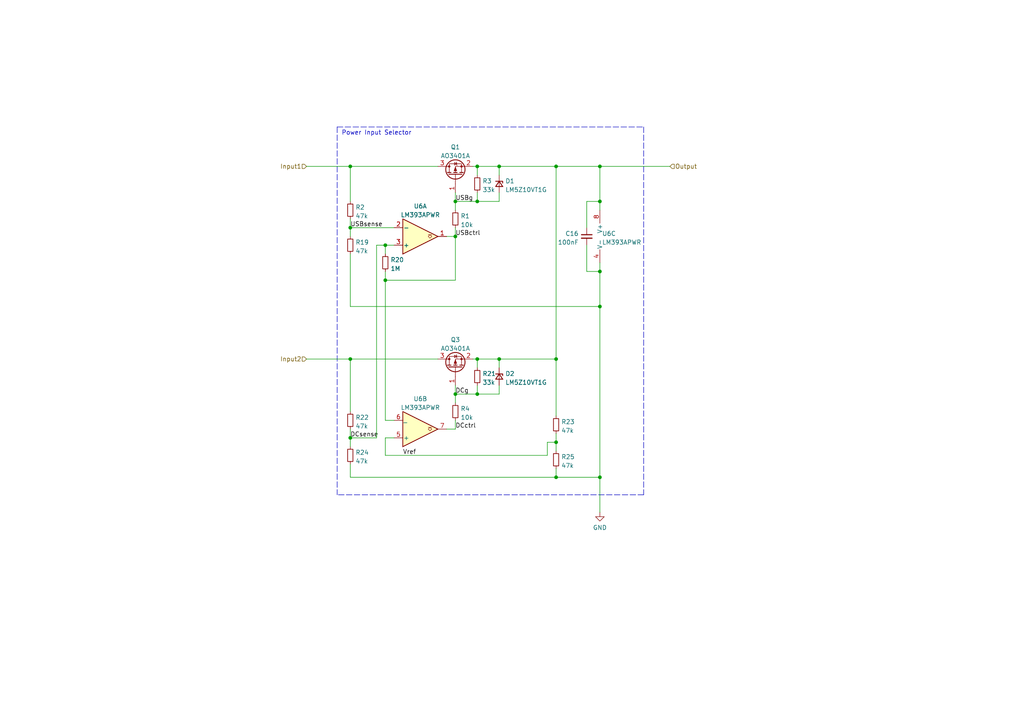
<source format=kicad_sch>
(kicad_sch (version 20211123) (generator eeschema)
  (paper "A4")
  (title_block (title "BloopBox Tailboard") (date "${DATE}") (rev "${VERSION}") (company "Qetesh"))
  (lib_symbols
    (symbol "Comparator:LM393" (pin_names (offset 0.127))
      (property "Reference" "U" (at 3.81 3.81 0))
      (property "Value" "LM393" (at 6.35 -3.81 0))
      (symbol "LM393_1_1"
        (polyline (pts (xy -5.08 5.08) (xy 5.08 0) (xy -5.08 -5.08) (xy -5.08 5.08)) (stroke (width 0.254)) (fill (type background)))
        (polyline (pts (xy 3.302 -0.508) (xy 2.794 -0.508) (xy 3.302 0) (xy 2.794 0.508) (xy 2.286 0) (xy 2.794 -0.508) (xy 2.286 -0.508)) (stroke (width 0.127)))
        (pin open_collector line (at 7.62 0 180) (length 2.54) (name "~") (number "1"))
        (pin input line (at -7.62 -2.54 0) (length 2.54) (name "-") (number "2"))
        (pin input line (at -7.62 2.54 0) (length 2.54) (name "+") (number "3"))
      )
      (symbol "LM393_2_1"
        (polyline (pts (xy -5.08 5.08) (xy 5.08 0) (xy -5.08 -5.08) (xy -5.08 5.08)) (stroke (width 0.254)) (fill (type background)))
        (polyline (pts (xy 3.302 -0.508) (xy 2.794 -0.508) (xy 3.302 0) (xy 2.794 0.508) (xy 2.286 0) (xy 2.794 -0.508) (xy 2.286 -0.508)) (stroke (width 0.127)))
        (pin input line (at -7.62 2.54 0) (length 2.54) (name "+") (number "5"))
        (pin input line (at -7.62 -2.54 0) (length 2.54) (name "_") (number "6"))
        (pin open_collector line (at 7.62 0 180) (length 2.54) (name "~") (number "7"))
      )
      (symbol "LM393_3_1"
        (pin power_in line (at -2.54 -7.62 90) (length 3.81) (name "V-") (number "4"))
        (pin power_in line (at -2.54 7.62 270) (length 3.81) (name "V+") (number "8"))
      )
    )
    (symbol "Device:C_Small" (pin_numbers hide) (pin_names (offset 0.254) hide)
      (property "Reference" "C" (at 0.254 1.778 0))
      (property "Value" "C_Small" (at 0.254 -2.032 0))
      (symbol "C_Small_0_1"
        (polyline (pts (xy -1.524 -0.508) (xy 1.524 -0.508)) (stroke (width 0.3302)))
        (polyline (pts (xy -1.524 0.508) (xy 1.524 0.508)) (stroke (width 0.3048)))
      )
      (symbol "C_Small_1_1"
        (pin passive line (at 0 2.54 270) (length 2.032) (name "~") (number "1"))
        (pin passive line (at 0 -2.54 90) (length 2.032) (name "~") (number "2"))
      )
    )
    (symbol "Device:D_Zener_Small" (pin_numbers hide) (pin_names (offset 0.254) hide)
      (property "Reference" "D" (at 0 2.286 0))
      (property "Value" "D_Zener_Small" (at 0 -2.286 0))
      (symbol "D_Zener_Small_0_1"
        (polyline (pts (xy 0.762 0) (xy -0.762 0)))
        (polyline (pts (xy -0.254 1.016) (xy -0.762 1.016) (xy -0.762 -1.016)) (stroke (width 0.254)))
        (polyline (pts (xy 0.762 1.016) (xy -0.762 0) (xy 0.762 -1.016) (xy 0.762 1.016)) (stroke (width 0.254)))
      )
      (symbol "D_Zener_Small_1_1"
        (pin passive line (at -2.54 0 0) (length 1.778) (name "K") (number "1"))
        (pin passive line (at 2.54 0 180) (length 1.778) (name "A") (number "2"))
      )
    )
    (symbol "Device:R_Small" (pin_numbers hide) (pin_names (offset 0.254) hide)
      (property "Reference" "R" (at 0.762 0.508 0))
      (property "Value" "R_Small" (at 0.762 -1.016 0))
      (symbol "R_Small_0_1"
        (rectangle (start -0.762 1.778) (end 0.762 -1.778) (stroke (width 0.2032)))
      )
      (symbol "R_Small_1_1"
        (pin passive line (at 0 2.54 270) (length 0.762) (name "~") (number "1"))
        (pin passive line (at 0 -2.54 90) (length 0.762) (name "~") (number "2"))
      )
    )
    (symbol "Transistor_FET:AO3401A" (pin_names hide)
      (property "Reference" "Q" (at 5.08 1.905 0))
      (property "Value" "AO3401A" (at 5.08 0 0))
      (symbol "AO3401A_0_1"
        (polyline (pts (xy 0.254 0) (xy -2.54 0)))
        (polyline (pts (xy 0.254 1.905) (xy 0.254 -1.905)) (stroke (width 0.254)))
        (polyline (pts (xy 0.762 -1.27) (xy 0.762 -2.286)) (stroke (width 0.254)))
        (polyline (pts (xy 0.762 0.508) (xy 0.762 -0.508)) (stroke (width 0.254)))
        (polyline (pts (xy 0.762 2.286) (xy 0.762 1.27)) (stroke (width 0.254)))
        (polyline (pts (xy 2.54 2.54) (xy 2.54 1.778)))
        (polyline (pts (xy 2.54 -2.54) (xy 2.54 0) (xy 0.762 0)))
        (polyline (pts (xy 0.762 1.778) (xy 3.302 1.778) (xy 3.302 -1.778) (xy 0.762 -1.778)))
        (polyline (pts (xy 2.286 0) (xy 1.27 0.381) (xy 1.27 -0.381) (xy 2.286 0)) (fill (type outline)))
        (polyline (pts (xy 2.794 -0.508) (xy 2.921 -0.381) (xy 3.683 -0.381) (xy 3.81 -0.254)))
        (polyline (pts (xy 3.302 -0.381) (xy 2.921 0.254) (xy 3.683 0.254) (xy 3.302 -0.381)))
        (circle (center 1.651 0) (radius 2.794) (stroke (width 0.254)))
        (circle (center 2.54 -1.778) (radius 0.254) (fill (type outline)))
        (circle (center 2.54 1.778) (radius 0.254) (fill (type outline)))
      )
      (symbol "AO3401A_1_1"
        (pin input line (at -5.08 0 0) (length 2.54) (name "G") (number "1"))
        (pin passive line (at 2.54 -5.08 90) (length 2.54) (name "S") (number "2"))
        (pin passive line (at 2.54 5.08 270) (length 2.54) (name "D") (number "3"))
      )
    )
    (symbol "power:GND" (power) (pin_names (offset 0))
      (property "Value" "GND" (at 0 -3.81 0))
      (symbol "GND_0_1"
        (polyline (pts (xy 0 0) (xy 0 -1.27) (xy 1.27 -1.27) (xy 0 -2.54) (xy -1.27 -1.27) (xy 0 -1.27)))
      )
      (symbol "GND_1_1"
        (pin power_in line (at 0 0 270) (length 0) hide (name "GND") (number "1"))
      )
    )
  )
  (junction (at 138.43 58.42))
  (junction (at 161.29 48.26))
  (junction (at 101.6 48.26))
  (junction (at 161.29 138.43))
  (junction (at 132.08 68.58))
  (junction (at 144.78 104.14))
  (junction (at 161.29 128.27))
  (junction (at 173.99 88.9))
  (junction (at 173.99 78.74))
  (junction (at 144.78 48.26))
  (junction (at 173.99 48.26))
  (junction (at 101.6 104.14))
  (junction (at 173.99 138.43))
  (junction (at 111.76 81.28))
  (junction (at 138.43 104.14))
  (junction (at 132.08 58.42))
  (junction (at 138.43 114.3))
  (junction (at 101.6 66.04))
  (junction (at 111.76 71.12))
  (junction (at 161.29 104.14))
  (junction (at 132.08 114.3))
  (junction (at 173.99 58.42))
  (junction (at 138.43 48.26))
  (junction (at 101.6 127))
  (wire (pts (xy 111.76 78.74) (xy 111.76 81.28)))
  (wire (pts (xy 101.6 63.5) (xy 101.6 66.04)))
  (wire (pts (xy 144.78 104.14) (xy 161.29 104.14)))
  (wire (pts (xy 138.43 104.14) (xy 138.43 106.68)))
  (wire (pts (xy 101.6 134.62) (xy 101.6 138.43)))
  (wire (pts (xy 101.6 66.04) (xy 101.6 68.58)))
  (wire (pts (xy 144.78 48.26) (xy 144.78 50.8)))
  (wire (pts (xy 132.08 81.28) (xy 132.08 68.58)))
  (wire (pts (xy 138.43 55.88) (xy 138.43 58.42)))
  (wire (pts (xy 173.99 48.26) (xy 173.99 58.42)))
  (wire (pts (xy 144.78 55.88) (xy 144.78 58.42)))
  (wire (pts (xy 88.9 104.14) (xy 101.6 104.14)))
  (wire (pts (xy 111.76 132.08) (xy 158.75 132.08)))
  (wire (pts (xy 138.43 114.3) (xy 132.08 114.3)))
  (wire (pts (xy 144.78 111.76) (xy 144.78 114.3)))
  (wire (pts (xy 170.18 66.04) (xy 170.18 58.42)))
  (wire (pts (xy 138.43 58.42) (xy 132.08 58.42)))
  (wire (pts (xy 161.29 104.14) (xy 161.29 48.26)))
  (wire (pts (xy 132.08 58.42) (xy 132.08 60.96)))
  (wire (pts (xy 111.76 127) (xy 111.76 132.08)))
  (wire (pts (xy 111.76 121.92) (xy 111.76 81.28)))
  (wire (pts (xy 161.29 125.73) (xy 161.29 128.27)))
  (wire (pts (xy 170.18 71.12) (xy 170.18 78.74)))
  (wire (pts (xy 144.78 104.14) (xy 144.78 106.68)))
  (wire (pts (xy 138.43 48.26) (xy 138.43 50.8)))
  (wire (pts (xy 173.99 76.2) (xy 173.99 78.74)))
  (wire (pts (xy 161.29 128.27) (xy 161.29 130.81)))
  (wire (pts (xy 137.16 104.14) (xy 138.43 104.14)))
  (wire (pts (xy 138.43 104.14) (xy 144.78 104.14)))
  (wire (pts (xy 111.76 71.12) (xy 111.76 73.66)))
  (wire (pts (xy 132.08 66.04) (xy 132.08 68.58)))
  (wire (pts (xy 101.6 124.46) (xy 101.6 127)))
  (wire (pts (xy 173.99 78.74) (xy 173.99 88.9)))
  (wire (pts (xy 144.78 58.42) (xy 138.43 58.42)))
  (polyline (pts (xy 186.69 143.51) (xy 97.79 143.51)))
  (wire (pts (xy 111.76 121.92) (xy 114.3 121.92)))
  (wire (pts (xy 158.75 132.08) (xy 158.75 128.27)))
  (wire (pts (xy 132.08 68.58) (xy 129.54 68.58)))
  (wire (pts (xy 132.08 124.46) (xy 132.08 121.92)))
  (wire (pts (xy 101.6 127) (xy 109.22 127)))
  (wire (pts (xy 111.76 71.12) (xy 114.3 71.12)))
  (wire (pts (xy 101.6 127) (xy 101.6 129.54)))
  (wire (pts (xy 161.29 135.89) (xy 161.29 138.43)))
  (wire (pts (xy 138.43 111.76) (xy 138.43 114.3)))
  (wire (pts (xy 161.29 104.14) (xy 161.29 120.65)))
  (wire (pts (xy 101.6 73.66) (xy 101.6 88.9)))
  (wire (pts (xy 161.29 138.43) (xy 173.99 138.43)))
  (wire (pts (xy 101.6 104.14) (xy 127 104.14)))
  (wire (pts (xy 173.99 48.26) (xy 194.31 48.26)))
  (wire (pts (xy 173.99 58.42) (xy 173.99 60.96)))
  (polyline (pts (xy 97.79 36.83) (xy 97.79 143.51)))
  (wire (pts (xy 101.6 138.43) (xy 161.29 138.43)))
  (wire (pts (xy 132.08 114.3) (xy 132.08 116.84)))
  (wire (pts (xy 101.6 48.26) (xy 101.6 58.42)))
  (wire (pts (xy 173.99 88.9) (xy 173.99 138.43)))
  (wire (pts (xy 144.78 48.26) (xy 161.29 48.26)))
  (wire (pts (xy 101.6 48.26) (xy 127 48.26)))
  (wire (pts (xy 158.75 128.27) (xy 161.29 128.27)))
  (wire (pts (xy 132.08 55.88) (xy 132.08 58.42)))
  (wire (pts (xy 170.18 58.42) (xy 173.99 58.42)))
  (wire (pts (xy 111.76 81.28) (xy 132.08 81.28)))
  (polyline (pts (xy 186.69 36.83) (xy 186.69 143.51)))
  (wire (pts (xy 137.16 48.26) (xy 138.43 48.26)))
  (wire (pts (xy 114.3 127) (xy 111.76 127)))
  (wire (pts (xy 144.78 114.3) (xy 138.43 114.3)))
  (wire (pts (xy 88.9 48.26) (xy 101.6 48.26)))
  (wire (pts (xy 101.6 66.04) (xy 114.3 66.04)))
  (wire (pts (xy 101.6 119.38) (xy 101.6 104.14)))
  (wire (pts (xy 109.22 71.12) (xy 111.76 71.12)))
  (wire (pts (xy 138.43 48.26) (xy 144.78 48.26)))
  (wire (pts (xy 161.29 48.26) (xy 173.99 48.26)))
  (wire (pts (xy 101.6 88.9) (xy 173.99 88.9)))
  (wire (pts (xy 170.18 78.74) (xy 173.99 78.74)))
  (wire (pts (xy 132.08 114.3) (xy 132.08 111.76)))
  (wire (pts (xy 109.22 71.12) (xy 109.22 127)))
  (polyline (pts (xy 97.79 36.83) (xy 186.69 36.83)))
  (wire (pts (xy 173.99 138.43) (xy 173.99 148.59)))
  (wire (pts (xy 129.54 124.46) (xy 132.08 124.46)))
  (text "Power Input Selector" (at 99.06 39.37 0) (effects (font (size 1.27 1.27)) (justify left bottom)))
  (label "DCsense" (at 101.6 127 0))
  (label "DCctrl" (at 132.08 124.46 0))
  (label "DCg" (at 132.08 114.3 0))
  (label "USBg" (at 132.08 58.42 0))
  (label "USBsense" (at 101.6 66.04 0))
  (label "USBctrl" (at 132.08 68.58 0))
  (label "Vref" (at 116.84 132.08 0))
  (hierarchical_label "Output" (shape input) (at 194.31 48.26 0))
  (hierarchical_label "Input1" (shape input) (at 88.9 48.26 180))
  (hierarchical_label "Input2" (shape input) (at 88.9 104.14 180))
  (symbol (lib_id "power:GND") (at 173.99 148.59 0) (unit 1)
    (property "Reference" "#PWR0104" (effects hide))
    (property "Value" "GND" (at 173.99 153.0334 0))
  )
  (symbol (lib_id "Comparator:LM393") (at 121.92 124.46 0) (mirror x) (unit 2)
    (property "Reference" "U6" (at 121.92 115.6802 0))
    (property "Value" "LM393APWR" (at 121.92 118.2171 0))
    (property "Footprint" "Package_SO:TSSOP-8_4.4x3mm_P0.65mm" (effects hide))
    (property "Datasheet" "http://www.ti.com/lit/ds/symlink/lm393.pdf" (effects hide))
    (property "LCSC" "C527473" (effects hide))
  )
  (symbol (lib_id "Device:C_Small") (at 170.18 68.58 0) (unit 1)
    (property "Reference" "C16" (at 167.8559 67.7516 0) (effects (justify right)))
    (property "Value" "100nF" (at 167.8559 70.2885 0) (effects (justify right)))
    (property "Footprint" "Capacitor_SMD:C_0402_1005Metric" (effects hide))
    (property "LCSC" "C307331" (effects hide))
  )
  (symbol (lib_id "Device:R_Small") (at 101.6 60.96 0) (unit 1)
    (property "Reference" "R2" (at 103.0986 60.1253 0) (effects (justify left)))
    (property "Value" "47k" (at 103.0986 62.6622 0) (effects (justify left)))
    (property "Footprint" "Resistor_SMD:R_0402_1005Metric" (effects hide))
    (property "LCSC" "C25792" (effects hide))
  )
  (symbol (lib_id "Transistor_FET:AO3401A") (at 132.08 50.8 90) (unit 1)
    (property "Reference" "Q1" (at 132.08 42.6552 90))
    (property "Value" "AO3401A" (at 132.08 45.1921 90))
    (property "Footprint" "Package_TO_SOT_SMD:SOT-23" (effects hide))
    (property "Datasheet" "http://www.aosmd.com/pdfs/datasheet/AO3401A.pdf" (effects hide))
    (property "LCSC" "C15127" (effects hide))
  )
  (symbol (lib_id "Device:D_Zener_Small") (at 144.78 53.34 270) (unit 1)
    (property "Reference" "D1" (at 146.558 52.5053 90) (effects (justify left)))
    (property "Value" "LM5Z10VT1G" (at 146.558 55.0422 90) (effects (justify left)))
    (property "Footprint" "Diode_SMD:D_SOD-523" (effects hide))
    (property "LCSC" "C525398" (effects hide))
  )
  (symbol (lib_id "Device:R_Small") (at 101.6 121.92 0) (unit 1)
    (property "Reference" "R22" (at 103.0986 121.0853 0) (effects (justify left)))
    (property "Value" "47k" (at 103.0986 123.6222 0) (effects (justify left)))
    (property "Footprint" "Resistor_SMD:R_0402_1005Metric" (effects hide))
    (property "LCSC" "C25792" (effects hide))
  )
  (symbol (lib_id "Device:R_Small") (at 101.6 132.08 0) (unit 1)
    (property "Reference" "R24" (at 103.0986 131.2453 0) (effects (justify left)))
    (property "Value" "47k" (at 103.0986 133.7822 0) (effects (justify left)))
    (property "Footprint" "Resistor_SMD:R_0402_1005Metric" (effects hide))
    (property "LCSC" "C25792" (effects hide))
  )
  (symbol (lib_id "Device:R_Small") (at 138.43 53.34 0) (unit 1)
    (property "Reference" "R3" (at 139.9286 52.5053 0) (effects (justify left)))
    (property "Value" "33k" (at 139.9286 55.0422 0) (effects (justify left)))
    (property "Footprint" "Resistor_SMD:R_0402_1005Metric" (effects hide))
    (property "LCSC" "C25779" (effects hide))
  )
  (symbol (lib_id "Device:R_Small") (at 132.08 119.38 0) (unit 1)
    (property "Reference" "R4" (at 133.5786 118.5453 0) (effects (justify left)))
    (property "Value" "10k" (at 133.5786 121.0822 0) (effects (justify left)))
    (property "Footprint" "Resistor_SMD:R_0402_1005Metric" (effects hide))
    (property "LCSC" "C25744" (effects hide))
  )
  (symbol (lib_id "Device:R_Small") (at 111.76 76.2 0) (unit 1)
    (property "Reference" "R20" (at 113.2586 75.3653 0) (effects (justify left)))
    (property "Value" "1M" (at 113.2586 77.9022 0) (effects (justify left)))
    (property "Footprint" "Resistor_SMD:R_0402_1005Metric" (effects hide))
    (property "LCSC" "C26083" (effects hide))
  )
  (symbol (lib_id "Device:R_Small") (at 138.43 109.22 0) (unit 1)
    (property "Reference" "R21" (at 139.9286 108.3853 0) (effects (justify left)))
    (property "Value" "33k" (at 139.9286 110.9222 0) (effects (justify left)))
    (property "Footprint" "Resistor_SMD:R_0402_1005Metric" (effects hide))
    (property "LCSC" "C25779" (effects hide))
  )
  (symbol (lib_id "Device:R_Small") (at 101.6 71.12 0) (unit 1)
    (property "Reference" "R19" (at 103.0986 70.2853 0) (effects (justify left)))
    (property "Value" "47k" (at 103.0986 72.8222 0) (effects (justify left)))
    (property "Footprint" "Resistor_SMD:R_0402_1005Metric" (effects hide))
    (property "LCSC" "C25792" (effects hide))
  )
  (symbol (lib_id "Device:D_Zener_Small") (at 144.78 109.22 270) (unit 1)
    (property "Reference" "D2" (at 146.558 108.3853 90) (effects (justify left)))
    (property "Value" "LM5Z10VT1G" (at 146.558 110.9222 90) (effects (justify left)))
    (property "Footprint" "Diode_SMD:D_SOD-523" (effects hide))
    (property "LCSC" "C525398" (effects hide))
  )
  (symbol (lib_id "Comparator:LM393") (at 121.92 68.58 0) (mirror x) (unit 1)
    (property "Reference" "U6" (at 121.92 59.8002 0))
    (property "Value" "LM393APWR" (at 121.92 62.3371 0))
    (property "Footprint" "Package_SO:TSSOP-8_4.4x3mm_P0.65mm" (effects hide))
    (property "Datasheet" "http://www.ti.com/lit/ds/symlink/lm393.pdf" (effects hide))
    (property "LCSC" "C527473" (effects hide))
  )
  (symbol (lib_id "Transistor_FET:AO3401A") (at 132.08 106.68 90) (unit 1)
    (property "Reference" "Q3" (at 132.08 98.5352 90))
    (property "Value" "AO3401A" (at 132.08 101.0721 90))
    (property "Footprint" "Package_TO_SOT_SMD:SOT-23" (effects hide))
    (property "Datasheet" "http://www.aosmd.com/pdfs/datasheet/AO3401A.pdf" (effects hide))
    (property "LCSC" "C15127" (effects hide))
  )
  (symbol (lib_id "Device:R_Small") (at 161.29 123.19 0) (unit 1)
    (property "Reference" "R23" (at 162.7886 122.3553 0) (effects (justify left)))
    (property "Value" "47k" (at 162.7886 124.8922 0) (effects (justify left)))
    (property "Footprint" "Resistor_SMD:R_0402_1005Metric" (effects hide))
    (property "LCSC" "C25792" (effects hide))
  )
  (symbol (lib_id "Comparator:LM393") (at 176.53 68.58 0) (unit 3)
    (property "Reference" "U6" (at 174.625 67.7453 0) (effects (justify left)))
    (property "Value" "LM393APWR" (at 174.625 70.2822 0) (effects (justify left)))
    (property "Footprint" "Package_SO:TSSOP-8_4.4x3mm_P0.65mm" (effects hide))
    (property "Datasheet" "http://www.ti.com/lit/ds/symlink/lm393.pdf" (effects hide))
    (property "LCSC" "C527473" (effects hide))
  )
  (symbol (lib_id "Device:R_Small") (at 132.08 63.5 0) (unit 1)
    (property "Reference" "R1" (at 133.5786 62.6653 0) (effects (justify left)))
    (property "Value" "10k" (at 133.5786 65.2022 0) (effects (justify left)))
    (property "Footprint" "Resistor_SMD:R_0402_1005Metric" (effects hide))
    (property "LCSC" "C25744" (effects hide))
  )
  (symbol (lib_id "Device:R_Small") (at 161.29 133.35 0) (unit 1)
    (property "Reference" "R25" (at 162.7886 132.5153 0) (effects (justify left)))
    (property "Value" "47k" (at 162.7886 135.0522 0) (effects (justify left)))
    (property "Footprint" "Resistor_SMD:R_0402_1005Metric" (effects hide))
    (property "LCSC" "C25792" (effects hide))
  )
)
</source>
